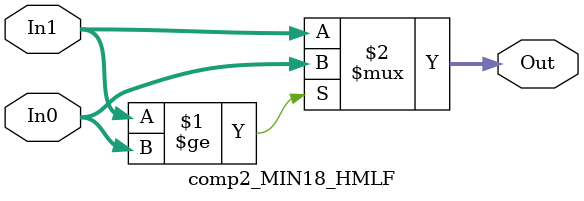
<source format=v>

module comp2_MIN18_HMLF(In1,In0,Out);

//---------------------------
// In0: input binary code;
// In1: input binary code;
// Out: is the min value;
//---------------------------

input signed  [6:0] In0,In1; // Input data
output signed [6:0] Out;    // Ouput data

assign Out=(In1>=In0) ? In0:In1;

endmodule
</source>
